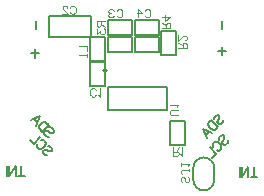
<source format=gbo>
G04*
G04 #@! TF.GenerationSoftware,Altium Limited,Altium Designer,20.0.10 (225)*
G04*
G04 Layer_Color=32896*
%FSLAX25Y25*%
%MOIN*%
G70*
G01*
G75*
%ADD11C,0.00787*%
%ADD39C,0.00600*%
%ADD40C,0.00984*%
%ADD41C,0.00591*%
%ADD42C,0.00472*%
D11*
X12598Y-7874D02*
Y0D01*
X-7087D02*
X12598D01*
X-7087Y-7874D02*
X12598D01*
X-7087D02*
Y0D01*
D39*
X24803Y-23634D02*
G03*
X21303Y-27134I0J-3500D01*
G01*
X28303D02*
G03*
X24803Y-23634I-3500J0D01*
G01*
Y-34634D02*
G03*
X28303Y-31134I0J3500D01*
G01*
X21303D02*
G03*
X24803Y-34634I3500J0D01*
G01*
X850Y17185D02*
Y22185D01*
X-7150Y17185D02*
X850D01*
X-7150D02*
Y22185D01*
X850D01*
X1905Y17185D02*
Y22185D01*
X9905D01*
Y17185D02*
Y22185D01*
X1905Y17185D02*
X9905D01*
X-13130Y8598D02*
Y16598D01*
Y8598D02*
X-8130D01*
Y16598D01*
X-13130D02*
X-8130D01*
X21303Y-29134D02*
Y-27134D01*
X28303Y-31134D02*
Y-27134D01*
X21303Y-31134D02*
Y-29134D01*
X-13130Y331D02*
Y8331D01*
Y331D02*
X-8130D01*
Y8331D01*
X-13130D02*
X-8130D01*
X-26685Y23579D02*
X-12685D01*
Y16579D02*
Y23579D01*
X-26685Y16579D02*
Y23579D01*
Y16579D02*
X-12685D01*
X850Y11673D02*
Y16673D01*
X-7150Y11673D02*
X850D01*
X-7150D02*
Y16673D01*
X850D01*
X1905Y11673D02*
Y16673D01*
X9905D01*
Y11673D02*
Y16673D01*
X1905Y11673D02*
X9905D01*
X10492Y10567D02*
Y18567D01*
Y10567D02*
X15492D01*
Y18567D01*
X10492D02*
X15492D01*
X18642Y-19354D02*
Y-11354D01*
X13642D02*
X18642D01*
X13642Y-19354D02*
Y-11354D01*
Y-19354D02*
X18642D01*
D40*
X-7598Y5315D02*
G03*
X-7598Y5315I-492J0D01*
G01*
D41*
X-26714Y-13619D02*
X-26283D01*
X-25852Y-13835D01*
X-25421Y-14266D01*
X-25206Y-14696D01*
Y-15127D01*
X-25421Y-15343D01*
X-25744Y-15451D01*
X-25960D01*
X-26283Y-15343D01*
X-27145Y-14912D01*
X-27468Y-14804D01*
X-27683Y-14804D01*
X-28007Y-14912D01*
X-28330Y-15235D01*
X-28330Y-15666D01*
X-28114Y-16097D01*
X-27683Y-16528D01*
X-27252Y-16743D01*
X-26822D01*
X-26897Y-12790D02*
X-29159Y-15052D01*
X-26897Y-12790D02*
X-27651Y-12036D01*
X-28082Y-11820D01*
X-28513D01*
X-28836Y-11928D01*
X-29267Y-12143D01*
X-29805Y-12682D01*
X-30021Y-13113D01*
X-30129Y-13436D01*
X-30129Y-13867D01*
X-29913Y-14298D01*
X-29159Y-15052D01*
X-32897Y-11314D02*
X-29773Y-9913D01*
X-31174Y-13037D01*
X-30743Y-11960D02*
X-31820Y-10883D01*
X28186Y-10966D02*
Y-10535D01*
X28402Y-10104D01*
X28833Y-9673D01*
X29263Y-9458D01*
X29694D01*
X29910Y-9673D01*
X30018Y-9996D01*
Y-10212D01*
X29910Y-10535D01*
X29479Y-11397D01*
X29371Y-11720D01*
X29371Y-11935D01*
X29479Y-12258D01*
X29802Y-12582D01*
X30233Y-12582D01*
X30664Y-12366D01*
X31095Y-11935D01*
X31310Y-11504D01*
Y-11073D01*
X27357Y-11149D02*
X29619Y-13411D01*
X27357Y-11149D02*
X26603Y-11903D01*
X26387Y-12334D01*
Y-12765D01*
X26495Y-13088D01*
X26710Y-13519D01*
X27249Y-14058D01*
X27680Y-14273D01*
X28003Y-14381D01*
X28434Y-14381D01*
X28865Y-14165D01*
X29619Y-13411D01*
X25881Y-17149D02*
X24480Y-14025D01*
X27604Y-15426D01*
X26527Y-14995D02*
X25450Y-16072D01*
X30953Y21844D02*
Y19102D01*
X-29972Y11024D02*
X-32714D01*
X-31343Y12396D02*
Y9653D01*
X29827Y-17756D02*
Y-17325D01*
X30043Y-16894D01*
X30474Y-16463D01*
X30904Y-16248D01*
X31335D01*
X31551Y-16463D01*
X31659Y-16786D01*
Y-17002D01*
X31551Y-17325D01*
X31120Y-18187D01*
X31012Y-18510D01*
X31012Y-18725D01*
X31120Y-19048D01*
X31443Y-19372D01*
X31874Y-19372D01*
X32305Y-19156D01*
X32736Y-18725D01*
X32951Y-18294D01*
Y-17863D01*
X27920Y-20093D02*
X27813Y-19770D01*
Y-19339D01*
X27920Y-19016D01*
X28351Y-18585D01*
X28674Y-18477D01*
X29105Y-18477D01*
X29428Y-18585D01*
X29859Y-18801D01*
X30398Y-19339D01*
X30613Y-19770D01*
X30721Y-20093D01*
Y-20524D01*
X30613Y-20847D01*
X30183Y-21278D01*
X29859Y-21386D01*
X29428Y-21386D01*
X29105Y-21278D01*
X26746Y-20190D02*
X29008Y-22453D01*
X27716Y-23745D01*
X-27204Y-19821D02*
X-26774D01*
X-26343Y-20037D01*
X-25912Y-20468D01*
X-25696Y-20899D01*
Y-21330D01*
X-25912Y-21545D01*
X-26235Y-21653D01*
X-26450D01*
X-26774Y-21545D01*
X-27635Y-21114D01*
X-27959Y-21007D01*
X-28174Y-21007D01*
X-28497Y-21114D01*
X-28820Y-21437D01*
X-28820Y-21868D01*
X-28605Y-22299D01*
X-28174Y-22730D01*
X-27743Y-22946D01*
X-27312D01*
X-29542Y-17915D02*
X-29219Y-17807D01*
X-28788D01*
X-28465Y-17915D01*
X-28034Y-18346D01*
X-27926Y-18669D01*
X-27926Y-19100D01*
X-28034Y-19423D01*
X-28249Y-19854D01*
X-28788Y-20392D01*
X-29219Y-20608D01*
X-29542Y-20716D01*
X-29973D01*
X-30296Y-20608D01*
X-30727Y-20177D01*
X-30835Y-19854D01*
X-30835Y-19423D01*
X-30727Y-19100D01*
X-29639Y-16740D02*
X-31901Y-19003D01*
X-33194Y-17710D01*
X29578Y11812D02*
X32320D01*
X30949Y13183D02*
Y10441D01*
X36853Y-30099D02*
Y-26900D01*
X37523Y-30099D02*
Y-26900D01*
Y-30099D02*
X39656Y-26900D01*
Y-30099D02*
Y-26900D01*
X41606Y-30099D02*
Y-26900D01*
X40540Y-30099D02*
X42673D01*
X-40706Y-29706D02*
Y-26506D01*
X-40036Y-29706D02*
Y-26506D01*
Y-29706D02*
X-37903Y-26506D01*
Y-29706D02*
Y-26506D01*
X-35953Y-29706D02*
Y-26506D01*
X-37019Y-29706D02*
X-34886D01*
X-30953Y21844D02*
Y19102D01*
D42*
X19422Y-30118D02*
X19882Y-30577D01*
Y-31495D01*
X19422Y-31954D01*
X18963D01*
X18504Y-31495D01*
Y-30577D01*
X18045Y-30118D01*
X17586D01*
X17126Y-30577D01*
Y-31495D01*
X17586Y-31954D01*
X19882Y-27363D02*
Y-28281D01*
Y-27822D01*
X17586D01*
X17126Y-28281D01*
Y-28740D01*
X17586Y-29199D01*
X17126Y-26444D02*
Y-25526D01*
Y-25985D01*
X19882D01*
X19422Y-26444D01*
X-16732Y13648D02*
X-13977D01*
Y11811D01*
Y10893D02*
Y9974D01*
Y10434D01*
X-16732D01*
X-16273Y10893D01*
X5184Y25328D02*
X5643Y25787D01*
X6561D01*
X7020Y25328D01*
Y23491D01*
X6561Y23032D01*
X5643D01*
X5184Y23491D01*
X2888Y23032D02*
Y25787D01*
X4265Y24409D01*
X2429D01*
X-4265Y25328D02*
X-3806Y25787D01*
X-2888D01*
X-2429Y25328D01*
Y23491D01*
X-2888Y23032D01*
X-3806D01*
X-4265Y23491D01*
X-5184Y25328D02*
X-5643Y25787D01*
X-6561D01*
X-7020Y25328D01*
Y24869D01*
X-6561Y24409D01*
X-6102D01*
X-6561D01*
X-7020Y23950D01*
Y23491D01*
X-6561Y23032D01*
X-5643D01*
X-5184Y23491D01*
X16338Y-9501D02*
X14370D01*
X13977Y-9370D01*
X13714Y-9107D01*
X13583Y-8714D01*
Y-8451D01*
X13714Y-8058D01*
X13977Y-7795D01*
X14370Y-7664D01*
X16338D01*
X15813Y-6903D02*
X15945Y-6641D01*
X16338Y-6247D01*
X13583D01*
X13582Y19443D02*
X10827D01*
X13582D02*
Y20624D01*
X13451Y21017D01*
X13320Y21148D01*
X13058Y21280D01*
X12795D01*
X12533Y21148D01*
X12402Y21017D01*
X12270Y20624D01*
Y19443D01*
Y20361D02*
X10827Y21280D01*
X13582Y23208D02*
X11745Y21896D01*
Y23864D01*
X13582Y23208D02*
X10827D01*
X-10826Y21830D02*
X-8071D01*
X-10826D02*
Y20649D01*
X-10695Y20256D01*
X-10564Y20125D01*
X-10302Y19993D01*
X-10039D01*
X-9777Y20125D01*
X-9646Y20256D01*
X-9514Y20649D01*
Y21830D01*
Y20912D02*
X-8071Y19993D01*
X-10826Y19114D02*
Y17671D01*
X-9777Y18458D01*
Y18065D01*
X-9646Y17802D01*
X-9514Y17671D01*
X-9121Y17540D01*
X-8858D01*
X-8465Y17671D01*
X-8202Y17933D01*
X-8071Y18327D01*
Y18721D01*
X-8202Y19114D01*
X-8334Y19245D01*
X-8596Y19377D01*
X19094Y12815D02*
X16339D01*
X19094D02*
Y13996D01*
X18963Y14390D01*
X18832Y14521D01*
X18569Y14652D01*
X18307D01*
X18045Y14521D01*
X17913Y14390D01*
X17782Y13996D01*
Y12815D01*
Y13734D02*
X16339Y14652D01*
X18438Y15400D02*
X18569D01*
X18832Y15531D01*
X18963Y15663D01*
X19094Y15925D01*
Y16450D01*
X18963Y16712D01*
X18832Y16843D01*
X18569Y16975D01*
X18307D01*
X18045Y16843D01*
X17651Y16581D01*
X16339Y15269D01*
Y17106D01*
X14587Y-23031D02*
Y-20276D01*
Y-23031D02*
X15768D01*
X16161Y-22900D01*
X16293Y-22769D01*
X16424Y-22506D01*
Y-22244D01*
X16293Y-21982D01*
X16161Y-21850D01*
X15768Y-21719D01*
X14587D01*
X15505D02*
X16424Y-20276D01*
X17041Y-22506D02*
X17303Y-22638D01*
X17696Y-23031D01*
Y-20276D01*
X-19757Y26312D02*
X-19626Y26575D01*
X-19364Y26837D01*
X-19101Y26968D01*
X-18576D01*
X-18314Y26837D01*
X-18052Y26575D01*
X-17920Y26312D01*
X-17789Y25919D01*
Y25262D01*
X-17920Y24869D01*
X-18052Y24607D01*
X-18314Y24344D01*
X-18576Y24213D01*
X-19101D01*
X-19364Y24344D01*
X-19626Y24607D01*
X-19757Y24869D01*
X-20663Y26312D02*
Y26443D01*
X-20794Y26706D01*
X-20925Y26837D01*
X-21187Y26968D01*
X-21712D01*
X-21975Y26837D01*
X-22106Y26706D01*
X-22237Y26443D01*
Y26181D01*
X-22106Y25919D01*
X-21844Y25525D01*
X-20531Y24213D01*
X-22368D01*
X-11148Y-2690D02*
X-11280Y-2953D01*
X-11542Y-3215D01*
X-11804Y-3346D01*
X-12329D01*
X-12592Y-3215D01*
X-12854Y-2953D01*
X-12985Y-2690D01*
X-13116Y-2296D01*
Y-1640D01*
X-12985Y-1247D01*
X-12854Y-984D01*
X-12592Y-722D01*
X-12329Y-591D01*
X-11804D01*
X-11542Y-722D01*
X-11280Y-984D01*
X-11148Y-1247D01*
X-10374Y-2821D02*
X-10112Y-2953D01*
X-9718Y-3346D01*
Y-591D01*
M02*

</source>
